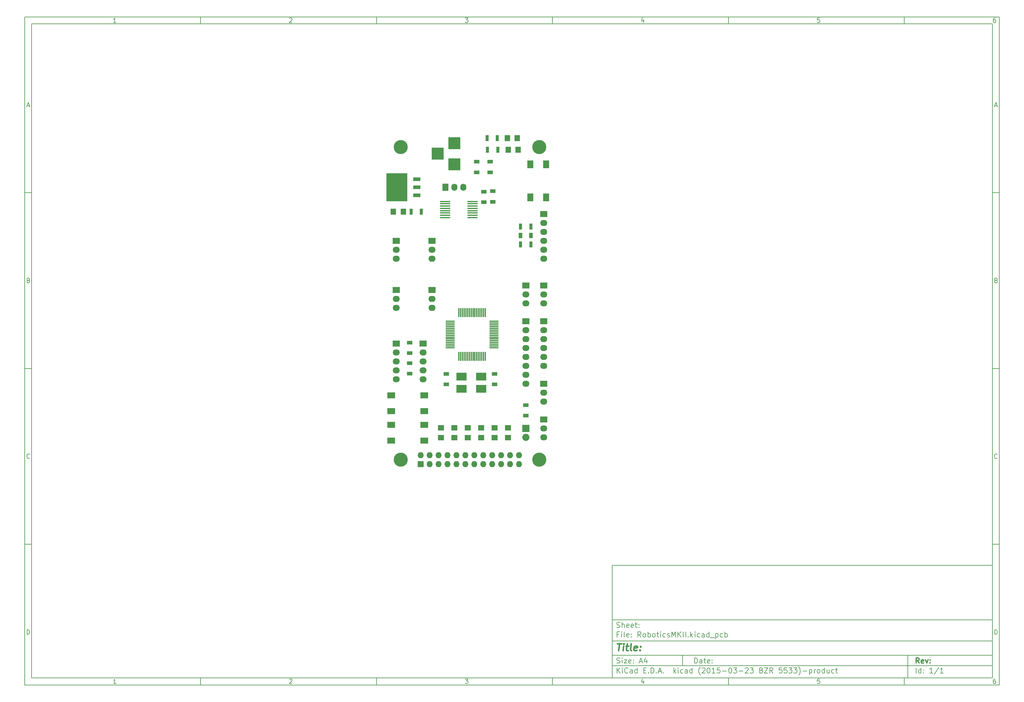
<source format=gbr>
G04 #@! TF.FileFunction,Soldermask,Top*
%FSLAX46Y46*%
G04 Gerber Fmt 4.6, Leading zero omitted, Abs format (unit mm)*
G04 Created by KiCad (PCBNEW (2015-03-23 BZR 5533)-product) date Thu 23 Apr 2015 16:19:24 SAST*
%MOMM*%
G01*
G04 APERTURE LIST*
%ADD10C,0.100000*%
%ADD11C,0.150000*%
%ADD12C,0.300000*%
%ADD13C,0.400000*%
%ADD14R,1.600000X1.000000*%
%ADD15R,1.000000X1.600000*%
%ADD16R,3.500120X3.500120*%
%ADD17R,1.800860X1.597660*%
%ADD18R,1.597660X1.800860*%
%ADD19R,1.727200X2.032000*%
%ADD20O,1.727200X2.032000*%
%ADD21R,2.032000X1.727200*%
%ADD22O,2.032000X1.727200*%
%ADD23R,2.032000X2.032000*%
%ADD24O,2.032000X2.032000*%
%ADD25R,0.900000X1.700000*%
%ADD26R,6.000000X8.000000*%
%ADD27R,2.032000X1.016000*%
%ADD28R,3.000000X2.300000*%
%ADD29C,4.000000*%
%ADD30R,1.727200X1.727200*%
%ADD31O,1.727200X1.727200*%
%ADD32R,1.800000X2.300000*%
%ADD33R,2.300000X1.800000*%
%ADD34R,3.000000X0.400000*%
%ADD35R,0.300000X2.500000*%
%ADD36R,2.500000X0.300000*%
G04 APERTURE END LIST*
D10*
D11*
X177002200Y-166007200D02*
X177002200Y-198007200D01*
X285002200Y-198007200D01*
X285002200Y-166007200D01*
X177002200Y-166007200D01*
D10*
D11*
X10000000Y-10000000D02*
X10000000Y-200007200D01*
X287002200Y-200007200D01*
X287002200Y-10000000D01*
X10000000Y-10000000D01*
D10*
D11*
X12000000Y-12000000D02*
X12000000Y-198007200D01*
X285002200Y-198007200D01*
X285002200Y-12000000D01*
X12000000Y-12000000D01*
D10*
D11*
X60000000Y-12000000D02*
X60000000Y-10000000D01*
D10*
D11*
X110000000Y-12000000D02*
X110000000Y-10000000D01*
D10*
D11*
X160000000Y-12000000D02*
X160000000Y-10000000D01*
D10*
D11*
X210000000Y-12000000D02*
X210000000Y-10000000D01*
D10*
D11*
X260000000Y-12000000D02*
X260000000Y-10000000D01*
D10*
D11*
X35990476Y-11588095D02*
X35247619Y-11588095D01*
X35619048Y-11588095D02*
X35619048Y-10288095D01*
X35495238Y-10473810D01*
X35371429Y-10597619D01*
X35247619Y-10659524D01*
D10*
D11*
X85247619Y-10411905D02*
X85309524Y-10350000D01*
X85433333Y-10288095D01*
X85742857Y-10288095D01*
X85866667Y-10350000D01*
X85928571Y-10411905D01*
X85990476Y-10535714D01*
X85990476Y-10659524D01*
X85928571Y-10845238D01*
X85185714Y-11588095D01*
X85990476Y-11588095D01*
D10*
D11*
X135185714Y-10288095D02*
X135990476Y-10288095D01*
X135557143Y-10783333D01*
X135742857Y-10783333D01*
X135866667Y-10845238D01*
X135928571Y-10907143D01*
X135990476Y-11030952D01*
X135990476Y-11340476D01*
X135928571Y-11464286D01*
X135866667Y-11526190D01*
X135742857Y-11588095D01*
X135371429Y-11588095D01*
X135247619Y-11526190D01*
X135185714Y-11464286D01*
D10*
D11*
X185866667Y-10721429D02*
X185866667Y-11588095D01*
X185557143Y-10226190D02*
X185247619Y-11154762D01*
X186052381Y-11154762D01*
D10*
D11*
X235928571Y-10288095D02*
X235309524Y-10288095D01*
X235247619Y-10907143D01*
X235309524Y-10845238D01*
X235433333Y-10783333D01*
X235742857Y-10783333D01*
X235866667Y-10845238D01*
X235928571Y-10907143D01*
X235990476Y-11030952D01*
X235990476Y-11340476D01*
X235928571Y-11464286D01*
X235866667Y-11526190D01*
X235742857Y-11588095D01*
X235433333Y-11588095D01*
X235309524Y-11526190D01*
X235247619Y-11464286D01*
D10*
D11*
X285866667Y-10288095D02*
X285619048Y-10288095D01*
X285495238Y-10350000D01*
X285433333Y-10411905D01*
X285309524Y-10597619D01*
X285247619Y-10845238D01*
X285247619Y-11340476D01*
X285309524Y-11464286D01*
X285371429Y-11526190D01*
X285495238Y-11588095D01*
X285742857Y-11588095D01*
X285866667Y-11526190D01*
X285928571Y-11464286D01*
X285990476Y-11340476D01*
X285990476Y-11030952D01*
X285928571Y-10907143D01*
X285866667Y-10845238D01*
X285742857Y-10783333D01*
X285495238Y-10783333D01*
X285371429Y-10845238D01*
X285309524Y-10907143D01*
X285247619Y-11030952D01*
D10*
D11*
X60000000Y-198007200D02*
X60000000Y-200007200D01*
D10*
D11*
X110000000Y-198007200D02*
X110000000Y-200007200D01*
D10*
D11*
X160000000Y-198007200D02*
X160000000Y-200007200D01*
D10*
D11*
X210000000Y-198007200D02*
X210000000Y-200007200D01*
D10*
D11*
X260000000Y-198007200D02*
X260000000Y-200007200D01*
D10*
D11*
X35990476Y-199595295D02*
X35247619Y-199595295D01*
X35619048Y-199595295D02*
X35619048Y-198295295D01*
X35495238Y-198481010D01*
X35371429Y-198604819D01*
X35247619Y-198666724D01*
D10*
D11*
X85247619Y-198419105D02*
X85309524Y-198357200D01*
X85433333Y-198295295D01*
X85742857Y-198295295D01*
X85866667Y-198357200D01*
X85928571Y-198419105D01*
X85990476Y-198542914D01*
X85990476Y-198666724D01*
X85928571Y-198852438D01*
X85185714Y-199595295D01*
X85990476Y-199595295D01*
D10*
D11*
X135185714Y-198295295D02*
X135990476Y-198295295D01*
X135557143Y-198790533D01*
X135742857Y-198790533D01*
X135866667Y-198852438D01*
X135928571Y-198914343D01*
X135990476Y-199038152D01*
X135990476Y-199347676D01*
X135928571Y-199471486D01*
X135866667Y-199533390D01*
X135742857Y-199595295D01*
X135371429Y-199595295D01*
X135247619Y-199533390D01*
X135185714Y-199471486D01*
D10*
D11*
X185866667Y-198728629D02*
X185866667Y-199595295D01*
X185557143Y-198233390D02*
X185247619Y-199161962D01*
X186052381Y-199161962D01*
D10*
D11*
X235928571Y-198295295D02*
X235309524Y-198295295D01*
X235247619Y-198914343D01*
X235309524Y-198852438D01*
X235433333Y-198790533D01*
X235742857Y-198790533D01*
X235866667Y-198852438D01*
X235928571Y-198914343D01*
X235990476Y-199038152D01*
X235990476Y-199347676D01*
X235928571Y-199471486D01*
X235866667Y-199533390D01*
X235742857Y-199595295D01*
X235433333Y-199595295D01*
X235309524Y-199533390D01*
X235247619Y-199471486D01*
D10*
D11*
X285866667Y-198295295D02*
X285619048Y-198295295D01*
X285495238Y-198357200D01*
X285433333Y-198419105D01*
X285309524Y-198604819D01*
X285247619Y-198852438D01*
X285247619Y-199347676D01*
X285309524Y-199471486D01*
X285371429Y-199533390D01*
X285495238Y-199595295D01*
X285742857Y-199595295D01*
X285866667Y-199533390D01*
X285928571Y-199471486D01*
X285990476Y-199347676D01*
X285990476Y-199038152D01*
X285928571Y-198914343D01*
X285866667Y-198852438D01*
X285742857Y-198790533D01*
X285495238Y-198790533D01*
X285371429Y-198852438D01*
X285309524Y-198914343D01*
X285247619Y-199038152D01*
D10*
D11*
X10000000Y-60000000D02*
X12000000Y-60000000D01*
D10*
D11*
X10000000Y-110000000D02*
X12000000Y-110000000D01*
D10*
D11*
X10000000Y-160000000D02*
X12000000Y-160000000D01*
D10*
D11*
X10690476Y-35216667D02*
X11309524Y-35216667D01*
X10566667Y-35588095D02*
X11000000Y-34288095D01*
X11433333Y-35588095D01*
D10*
D11*
X11092857Y-84907143D02*
X11278571Y-84969048D01*
X11340476Y-85030952D01*
X11402381Y-85154762D01*
X11402381Y-85340476D01*
X11340476Y-85464286D01*
X11278571Y-85526190D01*
X11154762Y-85588095D01*
X10659524Y-85588095D01*
X10659524Y-84288095D01*
X11092857Y-84288095D01*
X11216667Y-84350000D01*
X11278571Y-84411905D01*
X11340476Y-84535714D01*
X11340476Y-84659524D01*
X11278571Y-84783333D01*
X11216667Y-84845238D01*
X11092857Y-84907143D01*
X10659524Y-84907143D01*
D10*
D11*
X11402381Y-135464286D02*
X11340476Y-135526190D01*
X11154762Y-135588095D01*
X11030952Y-135588095D01*
X10845238Y-135526190D01*
X10721429Y-135402381D01*
X10659524Y-135278571D01*
X10597619Y-135030952D01*
X10597619Y-134845238D01*
X10659524Y-134597619D01*
X10721429Y-134473810D01*
X10845238Y-134350000D01*
X11030952Y-134288095D01*
X11154762Y-134288095D01*
X11340476Y-134350000D01*
X11402381Y-134411905D01*
D10*
D11*
X10659524Y-185588095D02*
X10659524Y-184288095D01*
X10969048Y-184288095D01*
X11154762Y-184350000D01*
X11278571Y-184473810D01*
X11340476Y-184597619D01*
X11402381Y-184845238D01*
X11402381Y-185030952D01*
X11340476Y-185278571D01*
X11278571Y-185402381D01*
X11154762Y-185526190D01*
X10969048Y-185588095D01*
X10659524Y-185588095D01*
D10*
D11*
X287002200Y-60000000D02*
X285002200Y-60000000D01*
D10*
D11*
X287002200Y-110000000D02*
X285002200Y-110000000D01*
D10*
D11*
X287002200Y-160000000D02*
X285002200Y-160000000D01*
D10*
D11*
X285692676Y-35216667D02*
X286311724Y-35216667D01*
X285568867Y-35588095D02*
X286002200Y-34288095D01*
X286435533Y-35588095D01*
D10*
D11*
X286095057Y-84907143D02*
X286280771Y-84969048D01*
X286342676Y-85030952D01*
X286404581Y-85154762D01*
X286404581Y-85340476D01*
X286342676Y-85464286D01*
X286280771Y-85526190D01*
X286156962Y-85588095D01*
X285661724Y-85588095D01*
X285661724Y-84288095D01*
X286095057Y-84288095D01*
X286218867Y-84350000D01*
X286280771Y-84411905D01*
X286342676Y-84535714D01*
X286342676Y-84659524D01*
X286280771Y-84783333D01*
X286218867Y-84845238D01*
X286095057Y-84907143D01*
X285661724Y-84907143D01*
D10*
D11*
X286404581Y-135464286D02*
X286342676Y-135526190D01*
X286156962Y-135588095D01*
X286033152Y-135588095D01*
X285847438Y-135526190D01*
X285723629Y-135402381D01*
X285661724Y-135278571D01*
X285599819Y-135030952D01*
X285599819Y-134845238D01*
X285661724Y-134597619D01*
X285723629Y-134473810D01*
X285847438Y-134350000D01*
X286033152Y-134288095D01*
X286156962Y-134288095D01*
X286342676Y-134350000D01*
X286404581Y-134411905D01*
D10*
D11*
X285661724Y-185588095D02*
X285661724Y-184288095D01*
X285971248Y-184288095D01*
X286156962Y-184350000D01*
X286280771Y-184473810D01*
X286342676Y-184597619D01*
X286404581Y-184845238D01*
X286404581Y-185030952D01*
X286342676Y-185278571D01*
X286280771Y-185402381D01*
X286156962Y-185526190D01*
X285971248Y-185588095D01*
X285661724Y-185588095D01*
D10*
D11*
X200359343Y-193785771D02*
X200359343Y-192285771D01*
X200716486Y-192285771D01*
X200930771Y-192357200D01*
X201073629Y-192500057D01*
X201145057Y-192642914D01*
X201216486Y-192928629D01*
X201216486Y-193142914D01*
X201145057Y-193428629D01*
X201073629Y-193571486D01*
X200930771Y-193714343D01*
X200716486Y-193785771D01*
X200359343Y-193785771D01*
X202502200Y-193785771D02*
X202502200Y-193000057D01*
X202430771Y-192857200D01*
X202287914Y-192785771D01*
X202002200Y-192785771D01*
X201859343Y-192857200D01*
X202502200Y-193714343D02*
X202359343Y-193785771D01*
X202002200Y-193785771D01*
X201859343Y-193714343D01*
X201787914Y-193571486D01*
X201787914Y-193428629D01*
X201859343Y-193285771D01*
X202002200Y-193214343D01*
X202359343Y-193214343D01*
X202502200Y-193142914D01*
X203002200Y-192785771D02*
X203573629Y-192785771D01*
X203216486Y-192285771D02*
X203216486Y-193571486D01*
X203287914Y-193714343D01*
X203430772Y-193785771D01*
X203573629Y-193785771D01*
X204645057Y-193714343D02*
X204502200Y-193785771D01*
X204216486Y-193785771D01*
X204073629Y-193714343D01*
X204002200Y-193571486D01*
X204002200Y-193000057D01*
X204073629Y-192857200D01*
X204216486Y-192785771D01*
X204502200Y-192785771D01*
X204645057Y-192857200D01*
X204716486Y-193000057D01*
X204716486Y-193142914D01*
X204002200Y-193285771D01*
X205359343Y-193642914D02*
X205430771Y-193714343D01*
X205359343Y-193785771D01*
X205287914Y-193714343D01*
X205359343Y-193642914D01*
X205359343Y-193785771D01*
X205359343Y-192857200D02*
X205430771Y-192928629D01*
X205359343Y-193000057D01*
X205287914Y-192928629D01*
X205359343Y-192857200D01*
X205359343Y-193000057D01*
D10*
D11*
X177002200Y-194507200D02*
X285002200Y-194507200D01*
D10*
D11*
X178359343Y-196585771D02*
X178359343Y-195085771D01*
X179216486Y-196585771D02*
X178573629Y-195728629D01*
X179216486Y-195085771D02*
X178359343Y-195942914D01*
X179859343Y-196585771D02*
X179859343Y-195585771D01*
X179859343Y-195085771D02*
X179787914Y-195157200D01*
X179859343Y-195228629D01*
X179930771Y-195157200D01*
X179859343Y-195085771D01*
X179859343Y-195228629D01*
X181430772Y-196442914D02*
X181359343Y-196514343D01*
X181145057Y-196585771D01*
X181002200Y-196585771D01*
X180787915Y-196514343D01*
X180645057Y-196371486D01*
X180573629Y-196228629D01*
X180502200Y-195942914D01*
X180502200Y-195728629D01*
X180573629Y-195442914D01*
X180645057Y-195300057D01*
X180787915Y-195157200D01*
X181002200Y-195085771D01*
X181145057Y-195085771D01*
X181359343Y-195157200D01*
X181430772Y-195228629D01*
X182716486Y-196585771D02*
X182716486Y-195800057D01*
X182645057Y-195657200D01*
X182502200Y-195585771D01*
X182216486Y-195585771D01*
X182073629Y-195657200D01*
X182716486Y-196514343D02*
X182573629Y-196585771D01*
X182216486Y-196585771D01*
X182073629Y-196514343D01*
X182002200Y-196371486D01*
X182002200Y-196228629D01*
X182073629Y-196085771D01*
X182216486Y-196014343D01*
X182573629Y-196014343D01*
X182716486Y-195942914D01*
X184073629Y-196585771D02*
X184073629Y-195085771D01*
X184073629Y-196514343D02*
X183930772Y-196585771D01*
X183645058Y-196585771D01*
X183502200Y-196514343D01*
X183430772Y-196442914D01*
X183359343Y-196300057D01*
X183359343Y-195871486D01*
X183430772Y-195728629D01*
X183502200Y-195657200D01*
X183645058Y-195585771D01*
X183930772Y-195585771D01*
X184073629Y-195657200D01*
X185930772Y-195800057D02*
X186430772Y-195800057D01*
X186645058Y-196585771D02*
X185930772Y-196585771D01*
X185930772Y-195085771D01*
X186645058Y-195085771D01*
X187287915Y-196442914D02*
X187359343Y-196514343D01*
X187287915Y-196585771D01*
X187216486Y-196514343D01*
X187287915Y-196442914D01*
X187287915Y-196585771D01*
X188002201Y-196585771D02*
X188002201Y-195085771D01*
X188359344Y-195085771D01*
X188573629Y-195157200D01*
X188716487Y-195300057D01*
X188787915Y-195442914D01*
X188859344Y-195728629D01*
X188859344Y-195942914D01*
X188787915Y-196228629D01*
X188716487Y-196371486D01*
X188573629Y-196514343D01*
X188359344Y-196585771D01*
X188002201Y-196585771D01*
X189502201Y-196442914D02*
X189573629Y-196514343D01*
X189502201Y-196585771D01*
X189430772Y-196514343D01*
X189502201Y-196442914D01*
X189502201Y-196585771D01*
X190145058Y-196157200D02*
X190859344Y-196157200D01*
X190002201Y-196585771D02*
X190502201Y-195085771D01*
X191002201Y-196585771D01*
X191502201Y-196442914D02*
X191573629Y-196514343D01*
X191502201Y-196585771D01*
X191430772Y-196514343D01*
X191502201Y-196442914D01*
X191502201Y-196585771D01*
X194502201Y-196585771D02*
X194502201Y-195085771D01*
X194645058Y-196014343D02*
X195073629Y-196585771D01*
X195073629Y-195585771D02*
X194502201Y-196157200D01*
X195716487Y-196585771D02*
X195716487Y-195585771D01*
X195716487Y-195085771D02*
X195645058Y-195157200D01*
X195716487Y-195228629D01*
X195787915Y-195157200D01*
X195716487Y-195085771D01*
X195716487Y-195228629D01*
X197073630Y-196514343D02*
X196930773Y-196585771D01*
X196645059Y-196585771D01*
X196502201Y-196514343D01*
X196430773Y-196442914D01*
X196359344Y-196300057D01*
X196359344Y-195871486D01*
X196430773Y-195728629D01*
X196502201Y-195657200D01*
X196645059Y-195585771D01*
X196930773Y-195585771D01*
X197073630Y-195657200D01*
X198359344Y-196585771D02*
X198359344Y-195800057D01*
X198287915Y-195657200D01*
X198145058Y-195585771D01*
X197859344Y-195585771D01*
X197716487Y-195657200D01*
X198359344Y-196514343D02*
X198216487Y-196585771D01*
X197859344Y-196585771D01*
X197716487Y-196514343D01*
X197645058Y-196371486D01*
X197645058Y-196228629D01*
X197716487Y-196085771D01*
X197859344Y-196014343D01*
X198216487Y-196014343D01*
X198359344Y-195942914D01*
X199716487Y-196585771D02*
X199716487Y-195085771D01*
X199716487Y-196514343D02*
X199573630Y-196585771D01*
X199287916Y-196585771D01*
X199145058Y-196514343D01*
X199073630Y-196442914D01*
X199002201Y-196300057D01*
X199002201Y-195871486D01*
X199073630Y-195728629D01*
X199145058Y-195657200D01*
X199287916Y-195585771D01*
X199573630Y-195585771D01*
X199716487Y-195657200D01*
X202002201Y-197157200D02*
X201930773Y-197085771D01*
X201787916Y-196871486D01*
X201716487Y-196728629D01*
X201645058Y-196514343D01*
X201573630Y-196157200D01*
X201573630Y-195871486D01*
X201645058Y-195514343D01*
X201716487Y-195300057D01*
X201787916Y-195157200D01*
X201930773Y-194942914D01*
X202002201Y-194871486D01*
X202502201Y-195228629D02*
X202573630Y-195157200D01*
X202716487Y-195085771D01*
X203073630Y-195085771D01*
X203216487Y-195157200D01*
X203287916Y-195228629D01*
X203359344Y-195371486D01*
X203359344Y-195514343D01*
X203287916Y-195728629D01*
X202430773Y-196585771D01*
X203359344Y-196585771D01*
X204287915Y-195085771D02*
X204430772Y-195085771D01*
X204573629Y-195157200D01*
X204645058Y-195228629D01*
X204716487Y-195371486D01*
X204787915Y-195657200D01*
X204787915Y-196014343D01*
X204716487Y-196300057D01*
X204645058Y-196442914D01*
X204573629Y-196514343D01*
X204430772Y-196585771D01*
X204287915Y-196585771D01*
X204145058Y-196514343D01*
X204073629Y-196442914D01*
X204002201Y-196300057D01*
X203930772Y-196014343D01*
X203930772Y-195657200D01*
X204002201Y-195371486D01*
X204073629Y-195228629D01*
X204145058Y-195157200D01*
X204287915Y-195085771D01*
X206216486Y-196585771D02*
X205359343Y-196585771D01*
X205787915Y-196585771D02*
X205787915Y-195085771D01*
X205645058Y-195300057D01*
X205502200Y-195442914D01*
X205359343Y-195514343D01*
X207573629Y-195085771D02*
X206859343Y-195085771D01*
X206787914Y-195800057D01*
X206859343Y-195728629D01*
X207002200Y-195657200D01*
X207359343Y-195657200D01*
X207502200Y-195728629D01*
X207573629Y-195800057D01*
X207645057Y-195942914D01*
X207645057Y-196300057D01*
X207573629Y-196442914D01*
X207502200Y-196514343D01*
X207359343Y-196585771D01*
X207002200Y-196585771D01*
X206859343Y-196514343D01*
X206787914Y-196442914D01*
X208287914Y-196014343D02*
X209430771Y-196014343D01*
X210430771Y-195085771D02*
X210573628Y-195085771D01*
X210716485Y-195157200D01*
X210787914Y-195228629D01*
X210859343Y-195371486D01*
X210930771Y-195657200D01*
X210930771Y-196014343D01*
X210859343Y-196300057D01*
X210787914Y-196442914D01*
X210716485Y-196514343D01*
X210573628Y-196585771D01*
X210430771Y-196585771D01*
X210287914Y-196514343D01*
X210216485Y-196442914D01*
X210145057Y-196300057D01*
X210073628Y-196014343D01*
X210073628Y-195657200D01*
X210145057Y-195371486D01*
X210216485Y-195228629D01*
X210287914Y-195157200D01*
X210430771Y-195085771D01*
X211430771Y-195085771D02*
X212359342Y-195085771D01*
X211859342Y-195657200D01*
X212073628Y-195657200D01*
X212216485Y-195728629D01*
X212287914Y-195800057D01*
X212359342Y-195942914D01*
X212359342Y-196300057D01*
X212287914Y-196442914D01*
X212216485Y-196514343D01*
X212073628Y-196585771D01*
X211645056Y-196585771D01*
X211502199Y-196514343D01*
X211430771Y-196442914D01*
X213002199Y-196014343D02*
X214145056Y-196014343D01*
X214787913Y-195228629D02*
X214859342Y-195157200D01*
X215002199Y-195085771D01*
X215359342Y-195085771D01*
X215502199Y-195157200D01*
X215573628Y-195228629D01*
X215645056Y-195371486D01*
X215645056Y-195514343D01*
X215573628Y-195728629D01*
X214716485Y-196585771D01*
X215645056Y-196585771D01*
X216145056Y-195085771D02*
X217073627Y-195085771D01*
X216573627Y-195657200D01*
X216787913Y-195657200D01*
X216930770Y-195728629D01*
X217002199Y-195800057D01*
X217073627Y-195942914D01*
X217073627Y-196300057D01*
X217002199Y-196442914D01*
X216930770Y-196514343D01*
X216787913Y-196585771D01*
X216359341Y-196585771D01*
X216216484Y-196514343D01*
X216145056Y-196442914D01*
X219359341Y-195800057D02*
X219573627Y-195871486D01*
X219645055Y-195942914D01*
X219716484Y-196085771D01*
X219716484Y-196300057D01*
X219645055Y-196442914D01*
X219573627Y-196514343D01*
X219430769Y-196585771D01*
X218859341Y-196585771D01*
X218859341Y-195085771D01*
X219359341Y-195085771D01*
X219502198Y-195157200D01*
X219573627Y-195228629D01*
X219645055Y-195371486D01*
X219645055Y-195514343D01*
X219573627Y-195657200D01*
X219502198Y-195728629D01*
X219359341Y-195800057D01*
X218859341Y-195800057D01*
X220216484Y-195085771D02*
X221216484Y-195085771D01*
X220216484Y-196585771D01*
X221216484Y-196585771D01*
X222645055Y-196585771D02*
X222145055Y-195871486D01*
X221787912Y-196585771D02*
X221787912Y-195085771D01*
X222359340Y-195085771D01*
X222502198Y-195157200D01*
X222573626Y-195228629D01*
X222645055Y-195371486D01*
X222645055Y-195585771D01*
X222573626Y-195728629D01*
X222502198Y-195800057D01*
X222359340Y-195871486D01*
X221787912Y-195871486D01*
X225145055Y-195085771D02*
X224430769Y-195085771D01*
X224359340Y-195800057D01*
X224430769Y-195728629D01*
X224573626Y-195657200D01*
X224930769Y-195657200D01*
X225073626Y-195728629D01*
X225145055Y-195800057D01*
X225216483Y-195942914D01*
X225216483Y-196300057D01*
X225145055Y-196442914D01*
X225073626Y-196514343D01*
X224930769Y-196585771D01*
X224573626Y-196585771D01*
X224430769Y-196514343D01*
X224359340Y-196442914D01*
X226573626Y-195085771D02*
X225859340Y-195085771D01*
X225787911Y-195800057D01*
X225859340Y-195728629D01*
X226002197Y-195657200D01*
X226359340Y-195657200D01*
X226502197Y-195728629D01*
X226573626Y-195800057D01*
X226645054Y-195942914D01*
X226645054Y-196300057D01*
X226573626Y-196442914D01*
X226502197Y-196514343D01*
X226359340Y-196585771D01*
X226002197Y-196585771D01*
X225859340Y-196514343D01*
X225787911Y-196442914D01*
X227145054Y-195085771D02*
X228073625Y-195085771D01*
X227573625Y-195657200D01*
X227787911Y-195657200D01*
X227930768Y-195728629D01*
X228002197Y-195800057D01*
X228073625Y-195942914D01*
X228073625Y-196300057D01*
X228002197Y-196442914D01*
X227930768Y-196514343D01*
X227787911Y-196585771D01*
X227359339Y-196585771D01*
X227216482Y-196514343D01*
X227145054Y-196442914D01*
X228573625Y-195085771D02*
X229502196Y-195085771D01*
X229002196Y-195657200D01*
X229216482Y-195657200D01*
X229359339Y-195728629D01*
X229430768Y-195800057D01*
X229502196Y-195942914D01*
X229502196Y-196300057D01*
X229430768Y-196442914D01*
X229359339Y-196514343D01*
X229216482Y-196585771D01*
X228787910Y-196585771D01*
X228645053Y-196514343D01*
X228573625Y-196442914D01*
X230002196Y-197157200D02*
X230073624Y-197085771D01*
X230216481Y-196871486D01*
X230287910Y-196728629D01*
X230359339Y-196514343D01*
X230430767Y-196157200D01*
X230430767Y-195871486D01*
X230359339Y-195514343D01*
X230287910Y-195300057D01*
X230216481Y-195157200D01*
X230073624Y-194942914D01*
X230002196Y-194871486D01*
X231145053Y-196014343D02*
X232287910Y-196014343D01*
X233002196Y-195585771D02*
X233002196Y-197085771D01*
X233002196Y-195657200D02*
X233145053Y-195585771D01*
X233430767Y-195585771D01*
X233573624Y-195657200D01*
X233645053Y-195728629D01*
X233716482Y-195871486D01*
X233716482Y-196300057D01*
X233645053Y-196442914D01*
X233573624Y-196514343D01*
X233430767Y-196585771D01*
X233145053Y-196585771D01*
X233002196Y-196514343D01*
X234359339Y-196585771D02*
X234359339Y-195585771D01*
X234359339Y-195871486D02*
X234430767Y-195728629D01*
X234502196Y-195657200D01*
X234645053Y-195585771D01*
X234787910Y-195585771D01*
X235502196Y-196585771D02*
X235359338Y-196514343D01*
X235287910Y-196442914D01*
X235216481Y-196300057D01*
X235216481Y-195871486D01*
X235287910Y-195728629D01*
X235359338Y-195657200D01*
X235502196Y-195585771D01*
X235716481Y-195585771D01*
X235859338Y-195657200D01*
X235930767Y-195728629D01*
X236002196Y-195871486D01*
X236002196Y-196300057D01*
X235930767Y-196442914D01*
X235859338Y-196514343D01*
X235716481Y-196585771D01*
X235502196Y-196585771D01*
X237287910Y-196585771D02*
X237287910Y-195085771D01*
X237287910Y-196514343D02*
X237145053Y-196585771D01*
X236859339Y-196585771D01*
X236716481Y-196514343D01*
X236645053Y-196442914D01*
X236573624Y-196300057D01*
X236573624Y-195871486D01*
X236645053Y-195728629D01*
X236716481Y-195657200D01*
X236859339Y-195585771D01*
X237145053Y-195585771D01*
X237287910Y-195657200D01*
X238645053Y-195585771D02*
X238645053Y-196585771D01*
X238002196Y-195585771D02*
X238002196Y-196371486D01*
X238073624Y-196514343D01*
X238216482Y-196585771D01*
X238430767Y-196585771D01*
X238573624Y-196514343D01*
X238645053Y-196442914D01*
X240002196Y-196514343D02*
X239859339Y-196585771D01*
X239573625Y-196585771D01*
X239430767Y-196514343D01*
X239359339Y-196442914D01*
X239287910Y-196300057D01*
X239287910Y-195871486D01*
X239359339Y-195728629D01*
X239430767Y-195657200D01*
X239573625Y-195585771D01*
X239859339Y-195585771D01*
X240002196Y-195657200D01*
X240430767Y-195585771D02*
X241002196Y-195585771D01*
X240645053Y-195085771D02*
X240645053Y-196371486D01*
X240716481Y-196514343D01*
X240859339Y-196585771D01*
X241002196Y-196585771D01*
D10*
D11*
X177002200Y-191507200D02*
X285002200Y-191507200D01*
D10*
D12*
X264216486Y-193785771D02*
X263716486Y-193071486D01*
X263359343Y-193785771D02*
X263359343Y-192285771D01*
X263930771Y-192285771D01*
X264073629Y-192357200D01*
X264145057Y-192428629D01*
X264216486Y-192571486D01*
X264216486Y-192785771D01*
X264145057Y-192928629D01*
X264073629Y-193000057D01*
X263930771Y-193071486D01*
X263359343Y-193071486D01*
X265430771Y-193714343D02*
X265287914Y-193785771D01*
X265002200Y-193785771D01*
X264859343Y-193714343D01*
X264787914Y-193571486D01*
X264787914Y-193000057D01*
X264859343Y-192857200D01*
X265002200Y-192785771D01*
X265287914Y-192785771D01*
X265430771Y-192857200D01*
X265502200Y-193000057D01*
X265502200Y-193142914D01*
X264787914Y-193285771D01*
X266002200Y-192785771D02*
X266359343Y-193785771D01*
X266716485Y-192785771D01*
X267287914Y-193642914D02*
X267359342Y-193714343D01*
X267287914Y-193785771D01*
X267216485Y-193714343D01*
X267287914Y-193642914D01*
X267287914Y-193785771D01*
X267287914Y-192857200D02*
X267359342Y-192928629D01*
X267287914Y-193000057D01*
X267216485Y-192928629D01*
X267287914Y-192857200D01*
X267287914Y-193000057D01*
D10*
D11*
X178287914Y-193714343D02*
X178502200Y-193785771D01*
X178859343Y-193785771D01*
X179002200Y-193714343D01*
X179073629Y-193642914D01*
X179145057Y-193500057D01*
X179145057Y-193357200D01*
X179073629Y-193214343D01*
X179002200Y-193142914D01*
X178859343Y-193071486D01*
X178573629Y-193000057D01*
X178430771Y-192928629D01*
X178359343Y-192857200D01*
X178287914Y-192714343D01*
X178287914Y-192571486D01*
X178359343Y-192428629D01*
X178430771Y-192357200D01*
X178573629Y-192285771D01*
X178930771Y-192285771D01*
X179145057Y-192357200D01*
X179787914Y-193785771D02*
X179787914Y-192785771D01*
X179787914Y-192285771D02*
X179716485Y-192357200D01*
X179787914Y-192428629D01*
X179859342Y-192357200D01*
X179787914Y-192285771D01*
X179787914Y-192428629D01*
X180359343Y-192785771D02*
X181145057Y-192785771D01*
X180359343Y-193785771D01*
X181145057Y-193785771D01*
X182287914Y-193714343D02*
X182145057Y-193785771D01*
X181859343Y-193785771D01*
X181716486Y-193714343D01*
X181645057Y-193571486D01*
X181645057Y-193000057D01*
X181716486Y-192857200D01*
X181859343Y-192785771D01*
X182145057Y-192785771D01*
X182287914Y-192857200D01*
X182359343Y-193000057D01*
X182359343Y-193142914D01*
X181645057Y-193285771D01*
X183002200Y-193642914D02*
X183073628Y-193714343D01*
X183002200Y-193785771D01*
X182930771Y-193714343D01*
X183002200Y-193642914D01*
X183002200Y-193785771D01*
X183002200Y-192857200D02*
X183073628Y-192928629D01*
X183002200Y-193000057D01*
X182930771Y-192928629D01*
X183002200Y-192857200D01*
X183002200Y-193000057D01*
X184787914Y-193357200D02*
X185502200Y-193357200D01*
X184645057Y-193785771D02*
X185145057Y-192285771D01*
X185645057Y-193785771D01*
X186787914Y-192785771D02*
X186787914Y-193785771D01*
X186430771Y-192214343D02*
X186073628Y-193285771D01*
X187002200Y-193285771D01*
D10*
D11*
X263359343Y-196585771D02*
X263359343Y-195085771D01*
X264716486Y-196585771D02*
X264716486Y-195085771D01*
X264716486Y-196514343D02*
X264573629Y-196585771D01*
X264287915Y-196585771D01*
X264145057Y-196514343D01*
X264073629Y-196442914D01*
X264002200Y-196300057D01*
X264002200Y-195871486D01*
X264073629Y-195728629D01*
X264145057Y-195657200D01*
X264287915Y-195585771D01*
X264573629Y-195585771D01*
X264716486Y-195657200D01*
X265430772Y-196442914D02*
X265502200Y-196514343D01*
X265430772Y-196585771D01*
X265359343Y-196514343D01*
X265430772Y-196442914D01*
X265430772Y-196585771D01*
X265430772Y-195657200D02*
X265502200Y-195728629D01*
X265430772Y-195800057D01*
X265359343Y-195728629D01*
X265430772Y-195657200D01*
X265430772Y-195800057D01*
X268073629Y-196585771D02*
X267216486Y-196585771D01*
X267645058Y-196585771D02*
X267645058Y-195085771D01*
X267502201Y-195300057D01*
X267359343Y-195442914D01*
X267216486Y-195514343D01*
X269787914Y-195014343D02*
X268502200Y-196942914D01*
X271073629Y-196585771D02*
X270216486Y-196585771D01*
X270645058Y-196585771D02*
X270645058Y-195085771D01*
X270502201Y-195300057D01*
X270359343Y-195442914D01*
X270216486Y-195514343D01*
D10*
D11*
X177002200Y-187507200D02*
X285002200Y-187507200D01*
D10*
D13*
X178454581Y-188211962D02*
X179597438Y-188211962D01*
X178776010Y-190211962D02*
X179026010Y-188211962D01*
X180014105Y-190211962D02*
X180180771Y-188878629D01*
X180264105Y-188211962D02*
X180156962Y-188307200D01*
X180240295Y-188402438D01*
X180347439Y-188307200D01*
X180264105Y-188211962D01*
X180240295Y-188402438D01*
X180847438Y-188878629D02*
X181609343Y-188878629D01*
X181216486Y-188211962D02*
X181002200Y-189926248D01*
X181073630Y-190116724D01*
X181252201Y-190211962D01*
X181442677Y-190211962D01*
X182395058Y-190211962D02*
X182216487Y-190116724D01*
X182145057Y-189926248D01*
X182359343Y-188211962D01*
X183930772Y-190116724D02*
X183728391Y-190211962D01*
X183347439Y-190211962D01*
X183168867Y-190116724D01*
X183097438Y-189926248D01*
X183192676Y-189164343D01*
X183311724Y-188973867D01*
X183514105Y-188878629D01*
X183895057Y-188878629D01*
X184073629Y-188973867D01*
X184145057Y-189164343D01*
X184121248Y-189354819D01*
X183145057Y-189545295D01*
X184895057Y-190021486D02*
X184978392Y-190116724D01*
X184871248Y-190211962D01*
X184787915Y-190116724D01*
X184895057Y-190021486D01*
X184871248Y-190211962D01*
X185026010Y-188973867D02*
X185109344Y-189069105D01*
X185002200Y-189164343D01*
X184918867Y-189069105D01*
X185026010Y-188973867D01*
X185002200Y-189164343D01*
D10*
D11*
X178859343Y-185600057D02*
X178359343Y-185600057D01*
X178359343Y-186385771D02*
X178359343Y-184885771D01*
X179073629Y-184885771D01*
X179645057Y-186385771D02*
X179645057Y-185385771D01*
X179645057Y-184885771D02*
X179573628Y-184957200D01*
X179645057Y-185028629D01*
X179716485Y-184957200D01*
X179645057Y-184885771D01*
X179645057Y-185028629D01*
X180573629Y-186385771D02*
X180430771Y-186314343D01*
X180359343Y-186171486D01*
X180359343Y-184885771D01*
X181716485Y-186314343D02*
X181573628Y-186385771D01*
X181287914Y-186385771D01*
X181145057Y-186314343D01*
X181073628Y-186171486D01*
X181073628Y-185600057D01*
X181145057Y-185457200D01*
X181287914Y-185385771D01*
X181573628Y-185385771D01*
X181716485Y-185457200D01*
X181787914Y-185600057D01*
X181787914Y-185742914D01*
X181073628Y-185885771D01*
X182430771Y-186242914D02*
X182502199Y-186314343D01*
X182430771Y-186385771D01*
X182359342Y-186314343D01*
X182430771Y-186242914D01*
X182430771Y-186385771D01*
X182430771Y-185457200D02*
X182502199Y-185528629D01*
X182430771Y-185600057D01*
X182359342Y-185528629D01*
X182430771Y-185457200D01*
X182430771Y-185600057D01*
X185145057Y-186385771D02*
X184645057Y-185671486D01*
X184287914Y-186385771D02*
X184287914Y-184885771D01*
X184859342Y-184885771D01*
X185002200Y-184957200D01*
X185073628Y-185028629D01*
X185145057Y-185171486D01*
X185145057Y-185385771D01*
X185073628Y-185528629D01*
X185002200Y-185600057D01*
X184859342Y-185671486D01*
X184287914Y-185671486D01*
X186002200Y-186385771D02*
X185859342Y-186314343D01*
X185787914Y-186242914D01*
X185716485Y-186100057D01*
X185716485Y-185671486D01*
X185787914Y-185528629D01*
X185859342Y-185457200D01*
X186002200Y-185385771D01*
X186216485Y-185385771D01*
X186359342Y-185457200D01*
X186430771Y-185528629D01*
X186502200Y-185671486D01*
X186502200Y-186100057D01*
X186430771Y-186242914D01*
X186359342Y-186314343D01*
X186216485Y-186385771D01*
X186002200Y-186385771D01*
X187145057Y-186385771D02*
X187145057Y-184885771D01*
X187145057Y-185457200D02*
X187287914Y-185385771D01*
X187573628Y-185385771D01*
X187716485Y-185457200D01*
X187787914Y-185528629D01*
X187859343Y-185671486D01*
X187859343Y-186100057D01*
X187787914Y-186242914D01*
X187716485Y-186314343D01*
X187573628Y-186385771D01*
X187287914Y-186385771D01*
X187145057Y-186314343D01*
X188716486Y-186385771D02*
X188573628Y-186314343D01*
X188502200Y-186242914D01*
X188430771Y-186100057D01*
X188430771Y-185671486D01*
X188502200Y-185528629D01*
X188573628Y-185457200D01*
X188716486Y-185385771D01*
X188930771Y-185385771D01*
X189073628Y-185457200D01*
X189145057Y-185528629D01*
X189216486Y-185671486D01*
X189216486Y-186100057D01*
X189145057Y-186242914D01*
X189073628Y-186314343D01*
X188930771Y-186385771D01*
X188716486Y-186385771D01*
X189645057Y-185385771D02*
X190216486Y-185385771D01*
X189859343Y-184885771D02*
X189859343Y-186171486D01*
X189930771Y-186314343D01*
X190073629Y-186385771D01*
X190216486Y-186385771D01*
X190716486Y-186385771D02*
X190716486Y-185385771D01*
X190716486Y-184885771D02*
X190645057Y-184957200D01*
X190716486Y-185028629D01*
X190787914Y-184957200D01*
X190716486Y-184885771D01*
X190716486Y-185028629D01*
X192073629Y-186314343D02*
X191930772Y-186385771D01*
X191645058Y-186385771D01*
X191502200Y-186314343D01*
X191430772Y-186242914D01*
X191359343Y-186100057D01*
X191359343Y-185671486D01*
X191430772Y-185528629D01*
X191502200Y-185457200D01*
X191645058Y-185385771D01*
X191930772Y-185385771D01*
X192073629Y-185457200D01*
X192645057Y-186314343D02*
X192787914Y-186385771D01*
X193073629Y-186385771D01*
X193216486Y-186314343D01*
X193287914Y-186171486D01*
X193287914Y-186100057D01*
X193216486Y-185957200D01*
X193073629Y-185885771D01*
X192859343Y-185885771D01*
X192716486Y-185814343D01*
X192645057Y-185671486D01*
X192645057Y-185600057D01*
X192716486Y-185457200D01*
X192859343Y-185385771D01*
X193073629Y-185385771D01*
X193216486Y-185457200D01*
X193930772Y-186385771D02*
X193930772Y-184885771D01*
X194430772Y-185957200D01*
X194930772Y-184885771D01*
X194930772Y-186385771D01*
X195645058Y-186385771D02*
X195645058Y-184885771D01*
X196502201Y-186385771D02*
X195859344Y-185528629D01*
X196502201Y-184885771D02*
X195645058Y-185742914D01*
X197145058Y-186385771D02*
X197145058Y-184885771D01*
X197859344Y-186385771D02*
X197859344Y-184885771D01*
X198573630Y-186242914D02*
X198645058Y-186314343D01*
X198573630Y-186385771D01*
X198502201Y-186314343D01*
X198573630Y-186242914D01*
X198573630Y-186385771D01*
X199287916Y-186385771D02*
X199287916Y-184885771D01*
X199430773Y-185814343D02*
X199859344Y-186385771D01*
X199859344Y-185385771D02*
X199287916Y-185957200D01*
X200502202Y-186385771D02*
X200502202Y-185385771D01*
X200502202Y-184885771D02*
X200430773Y-184957200D01*
X200502202Y-185028629D01*
X200573630Y-184957200D01*
X200502202Y-184885771D01*
X200502202Y-185028629D01*
X201859345Y-186314343D02*
X201716488Y-186385771D01*
X201430774Y-186385771D01*
X201287916Y-186314343D01*
X201216488Y-186242914D01*
X201145059Y-186100057D01*
X201145059Y-185671486D01*
X201216488Y-185528629D01*
X201287916Y-185457200D01*
X201430774Y-185385771D01*
X201716488Y-185385771D01*
X201859345Y-185457200D01*
X203145059Y-186385771D02*
X203145059Y-185600057D01*
X203073630Y-185457200D01*
X202930773Y-185385771D01*
X202645059Y-185385771D01*
X202502202Y-185457200D01*
X203145059Y-186314343D02*
X203002202Y-186385771D01*
X202645059Y-186385771D01*
X202502202Y-186314343D01*
X202430773Y-186171486D01*
X202430773Y-186028629D01*
X202502202Y-185885771D01*
X202645059Y-185814343D01*
X203002202Y-185814343D01*
X203145059Y-185742914D01*
X204502202Y-186385771D02*
X204502202Y-184885771D01*
X204502202Y-186314343D02*
X204359345Y-186385771D01*
X204073631Y-186385771D01*
X203930773Y-186314343D01*
X203859345Y-186242914D01*
X203787916Y-186100057D01*
X203787916Y-185671486D01*
X203859345Y-185528629D01*
X203930773Y-185457200D01*
X204073631Y-185385771D01*
X204359345Y-185385771D01*
X204502202Y-185457200D01*
X204859345Y-186528629D02*
X206002202Y-186528629D01*
X206359345Y-185385771D02*
X206359345Y-186885771D01*
X206359345Y-185457200D02*
X206502202Y-185385771D01*
X206787916Y-185385771D01*
X206930773Y-185457200D01*
X207002202Y-185528629D01*
X207073631Y-185671486D01*
X207073631Y-186100057D01*
X207002202Y-186242914D01*
X206930773Y-186314343D01*
X206787916Y-186385771D01*
X206502202Y-186385771D01*
X206359345Y-186314343D01*
X208359345Y-186314343D02*
X208216488Y-186385771D01*
X207930774Y-186385771D01*
X207787916Y-186314343D01*
X207716488Y-186242914D01*
X207645059Y-186100057D01*
X207645059Y-185671486D01*
X207716488Y-185528629D01*
X207787916Y-185457200D01*
X207930774Y-185385771D01*
X208216488Y-185385771D01*
X208359345Y-185457200D01*
X209002202Y-186385771D02*
X209002202Y-184885771D01*
X209002202Y-185457200D02*
X209145059Y-185385771D01*
X209430773Y-185385771D01*
X209573630Y-185457200D01*
X209645059Y-185528629D01*
X209716488Y-185671486D01*
X209716488Y-186100057D01*
X209645059Y-186242914D01*
X209573630Y-186314343D01*
X209430773Y-186385771D01*
X209145059Y-186385771D01*
X209002202Y-186314343D01*
D10*
D11*
X177002200Y-181507200D02*
X285002200Y-181507200D01*
D10*
D11*
X178287914Y-183614343D02*
X178502200Y-183685771D01*
X178859343Y-183685771D01*
X179002200Y-183614343D01*
X179073629Y-183542914D01*
X179145057Y-183400057D01*
X179145057Y-183257200D01*
X179073629Y-183114343D01*
X179002200Y-183042914D01*
X178859343Y-182971486D01*
X178573629Y-182900057D01*
X178430771Y-182828629D01*
X178359343Y-182757200D01*
X178287914Y-182614343D01*
X178287914Y-182471486D01*
X178359343Y-182328629D01*
X178430771Y-182257200D01*
X178573629Y-182185771D01*
X178930771Y-182185771D01*
X179145057Y-182257200D01*
X179787914Y-183685771D02*
X179787914Y-182185771D01*
X180430771Y-183685771D02*
X180430771Y-182900057D01*
X180359342Y-182757200D01*
X180216485Y-182685771D01*
X180002200Y-182685771D01*
X179859342Y-182757200D01*
X179787914Y-182828629D01*
X181716485Y-183614343D02*
X181573628Y-183685771D01*
X181287914Y-183685771D01*
X181145057Y-183614343D01*
X181073628Y-183471486D01*
X181073628Y-182900057D01*
X181145057Y-182757200D01*
X181287914Y-182685771D01*
X181573628Y-182685771D01*
X181716485Y-182757200D01*
X181787914Y-182900057D01*
X181787914Y-183042914D01*
X181073628Y-183185771D01*
X183002199Y-183614343D02*
X182859342Y-183685771D01*
X182573628Y-183685771D01*
X182430771Y-183614343D01*
X182359342Y-183471486D01*
X182359342Y-182900057D01*
X182430771Y-182757200D01*
X182573628Y-182685771D01*
X182859342Y-182685771D01*
X183002199Y-182757200D01*
X183073628Y-182900057D01*
X183073628Y-183042914D01*
X182359342Y-183185771D01*
X183502199Y-182685771D02*
X184073628Y-182685771D01*
X183716485Y-182185771D02*
X183716485Y-183471486D01*
X183787913Y-183614343D01*
X183930771Y-183685771D01*
X184073628Y-183685771D01*
X184573628Y-183542914D02*
X184645056Y-183614343D01*
X184573628Y-183685771D01*
X184502199Y-183614343D01*
X184573628Y-183542914D01*
X184573628Y-183685771D01*
X184573628Y-182757200D02*
X184645056Y-182828629D01*
X184573628Y-182900057D01*
X184502199Y-182828629D01*
X184573628Y-182757200D01*
X184573628Y-182900057D01*
D10*
D11*
X197002200Y-191507200D02*
X197002200Y-194507200D01*
D10*
D11*
X261002200Y-191507200D02*
X261002200Y-198007200D01*
D14*
X138430000Y-51205000D03*
X138430000Y-54205000D03*
X142240000Y-51205000D03*
X142240000Y-54205000D03*
X119380000Y-105640000D03*
X119380000Y-102640000D03*
X119380000Y-108482000D03*
X119380000Y-111482000D03*
X143002000Y-62587000D03*
X143002000Y-59587000D03*
X140462000Y-59714000D03*
X140462000Y-62714000D03*
X152400000Y-120420000D03*
X152400000Y-123420000D03*
X143510000Y-114530000D03*
X143510000Y-111530000D03*
X129794000Y-111530000D03*
X129794000Y-114530000D03*
D15*
X150900000Y-72136000D03*
X153900000Y-72136000D03*
D16*
X132080000Y-51920140D03*
X132080000Y-45920660D03*
X127381000Y-48920400D03*
D17*
X128270000Y-126850140D03*
X128270000Y-129689860D03*
X132080000Y-126850140D03*
X132080000Y-129689860D03*
X135890000Y-126850140D03*
X135890000Y-129689860D03*
X139700000Y-126850140D03*
X139700000Y-129689860D03*
X143510000Y-126850140D03*
X143510000Y-129689860D03*
X147320000Y-126850140D03*
X147320000Y-129689860D03*
D18*
X147424140Y-47752000D03*
X150263860Y-47752000D03*
X147170140Y-44450000D03*
X150009860Y-44450000D03*
X114785140Y-65405000D03*
X117624860Y-65405000D03*
D19*
X129540000Y-58420000D03*
D20*
X132080000Y-58420000D03*
X134620000Y-58420000D03*
D21*
X125730000Y-73660000D03*
D22*
X125730000Y-76200000D03*
X125730000Y-78740000D03*
D21*
X115570000Y-73660000D03*
D22*
X115570000Y-76200000D03*
X115570000Y-78740000D03*
D21*
X115570000Y-87630000D03*
D22*
X115570000Y-90170000D03*
X115570000Y-92710000D03*
D21*
X125730000Y-87630000D03*
D22*
X125730000Y-90170000D03*
X125730000Y-92710000D03*
D21*
X157480000Y-114300000D03*
D22*
X157480000Y-116840000D03*
X157480000Y-119380000D03*
D21*
X157480000Y-124460000D03*
D22*
X157480000Y-127000000D03*
X157480000Y-129540000D03*
D21*
X152400000Y-96520000D03*
D22*
X152400000Y-99060000D03*
X152400000Y-101600000D03*
X152400000Y-104140000D03*
X152400000Y-106680000D03*
X152400000Y-109220000D03*
X152400000Y-111760000D03*
X152400000Y-114300000D03*
D21*
X157480000Y-86360000D03*
D22*
X157480000Y-88900000D03*
X157480000Y-91440000D03*
D23*
X152400000Y-127000000D03*
D24*
X152400000Y-129540000D03*
D21*
X157480000Y-96520000D03*
D22*
X157480000Y-99060000D03*
X157480000Y-101600000D03*
X157480000Y-104140000D03*
X157480000Y-106680000D03*
X157480000Y-109220000D03*
D21*
X157480000Y-66040000D03*
D22*
X157480000Y-68580000D03*
X157480000Y-71120000D03*
X157480000Y-73660000D03*
X157480000Y-76200000D03*
X157480000Y-78740000D03*
D25*
X141552000Y-47752000D03*
X144452000Y-47752000D03*
X141425000Y-44450000D03*
X144325000Y-44450000D03*
X150950000Y-74676000D03*
X153850000Y-74676000D03*
X150950000Y-69596000D03*
X153850000Y-69596000D03*
X119835000Y-65405000D03*
X122735000Y-65405000D03*
D26*
X115808000Y-58420000D03*
D27*
X121412000Y-58420000D03*
X121412000Y-56134000D03*
X121412000Y-60706000D03*
D28*
X139706000Y-115796000D03*
X134106000Y-112296000D03*
X134106000Y-115796000D03*
X139706000Y-112296000D03*
D29*
X116840000Y-135890000D03*
X156210000Y-46990000D03*
X116840000Y-46990000D03*
X156210000Y-135890000D03*
D21*
X115570000Y-102870000D03*
D22*
X115570000Y-105410000D03*
X115570000Y-107950000D03*
X115570000Y-110490000D03*
X115570000Y-113030000D03*
D21*
X123190000Y-102870000D03*
D22*
X123190000Y-105410000D03*
X123190000Y-107950000D03*
X123190000Y-110490000D03*
X123190000Y-113030000D03*
D21*
X152400000Y-86360000D03*
D22*
X152400000Y-88900000D03*
X152400000Y-91440000D03*
D30*
X122555000Y-137160000D03*
D31*
X122555000Y-134620000D03*
X125095000Y-137160000D03*
X125095000Y-134620000D03*
X127635000Y-137160000D03*
X127635000Y-134620000D03*
X130175000Y-137160000D03*
X130175000Y-134620000D03*
X132715000Y-137160000D03*
X132715000Y-134620000D03*
X135255000Y-137160000D03*
X135255000Y-134620000D03*
X137795000Y-137160000D03*
X137795000Y-134620000D03*
X140335000Y-137160000D03*
X140335000Y-134620000D03*
X142875000Y-137160000D03*
X142875000Y-134620000D03*
X145415000Y-137160000D03*
X145415000Y-134620000D03*
X147955000Y-137160000D03*
X147955000Y-134620000D03*
X150495000Y-137160000D03*
X150495000Y-134620000D03*
D32*
X158206000Y-61342000D03*
X153706000Y-61342000D03*
X153706000Y-51942000D03*
X158206000Y-51942000D03*
D33*
X114172000Y-130520000D03*
X114172000Y-126020000D03*
X123572000Y-126020000D03*
X123572000Y-130520000D03*
X123572000Y-117638000D03*
X123572000Y-122138000D03*
X114172000Y-122138000D03*
X114172000Y-117638000D03*
D34*
X129450000Y-62495000D03*
X129450000Y-63145000D03*
X129450000Y-63795000D03*
X129450000Y-64445000D03*
X129450000Y-65095000D03*
X129450000Y-65745000D03*
X129450000Y-66395000D03*
X129450000Y-67045000D03*
X137250000Y-67045000D03*
X137250000Y-66395000D03*
X137250000Y-65745000D03*
X137250000Y-65095000D03*
X137250000Y-64445000D03*
X137250000Y-63795000D03*
X137250000Y-63145000D03*
X137250000Y-62495000D03*
D35*
X140910000Y-94130000D03*
X140410000Y-94130000D03*
X139910000Y-94130000D03*
X139410000Y-94130000D03*
X138910000Y-94130000D03*
X138410000Y-94130000D03*
X137910000Y-94130000D03*
X137410000Y-94130000D03*
X136910000Y-94130000D03*
X136410000Y-94130000D03*
X135910000Y-94130000D03*
X135410000Y-94130000D03*
X134910000Y-94130000D03*
X134410000Y-94130000D03*
X133910000Y-94130000D03*
X133410000Y-94130000D03*
D36*
X130960000Y-96580000D03*
X130960000Y-97080000D03*
X130960000Y-97580000D03*
X130960000Y-98080000D03*
X130960000Y-98580000D03*
X130960000Y-99080000D03*
X130960000Y-99580000D03*
X130960000Y-100080000D03*
X130960000Y-100580000D03*
X130960000Y-101080000D03*
X130960000Y-101580000D03*
X130960000Y-102080000D03*
X130960000Y-102580000D03*
X130960000Y-103080000D03*
X130960000Y-103580000D03*
X130960000Y-104080000D03*
D35*
X133410000Y-106530000D03*
X133910000Y-106530000D03*
X134410000Y-106530000D03*
X134910000Y-106530000D03*
X135410000Y-106530000D03*
X135910000Y-106530000D03*
X136410000Y-106530000D03*
X136910000Y-106530000D03*
X137410000Y-106530000D03*
X137910000Y-106530000D03*
X138410000Y-106530000D03*
X138910000Y-106530000D03*
X139410000Y-106530000D03*
X139910000Y-106530000D03*
X140410000Y-106530000D03*
X140910000Y-106530000D03*
D36*
X143360000Y-104080000D03*
X143360000Y-103580000D03*
X143360000Y-103080000D03*
X143360000Y-102580000D03*
X143360000Y-102080000D03*
X143360000Y-101580000D03*
X143360000Y-101080000D03*
X143360000Y-100580000D03*
X143360000Y-100080000D03*
X143360000Y-99580000D03*
X143360000Y-99080000D03*
X143360000Y-98580000D03*
X143360000Y-98080000D03*
X143360000Y-97580000D03*
X143360000Y-97080000D03*
X143360000Y-96580000D03*
M02*

</source>
